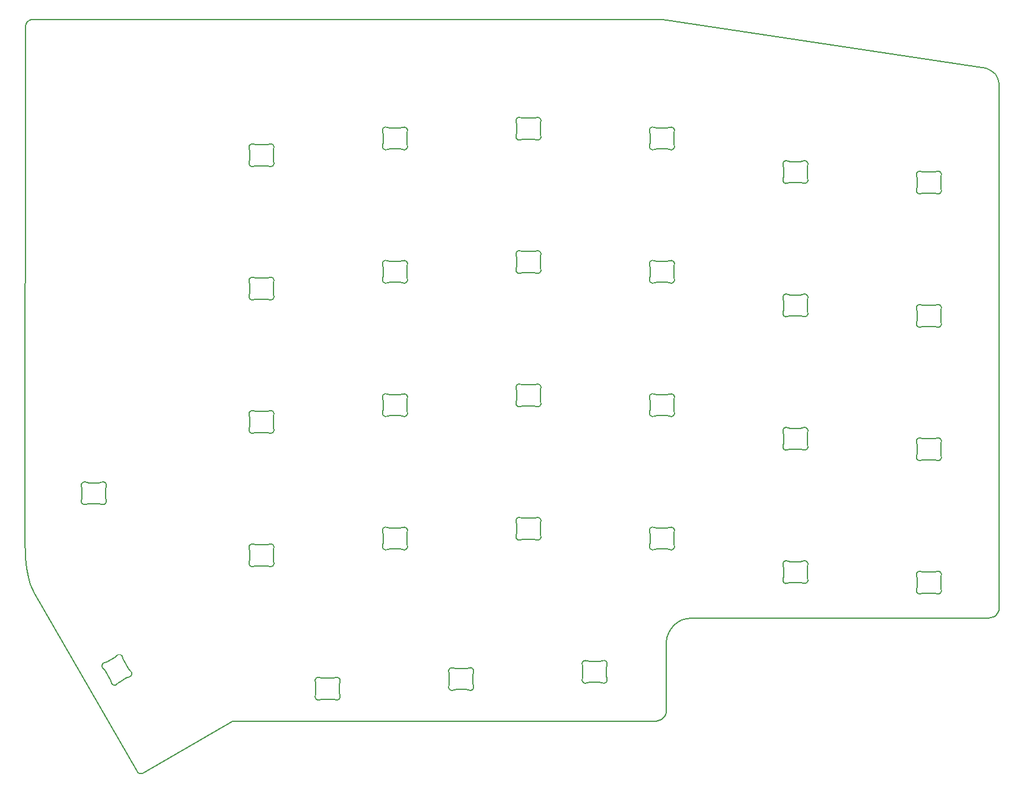
<source format=gm1>
%TF.GenerationSoftware,KiCad,Pcbnew,(5.1.9)-1*%
%TF.CreationDate,2021-12-03T15:32:29+01:00*%
%TF.ProjectId,Lotus58_Glow,4c6f7475-7335-4385-9f47-6c6f772e6b69,v1.21*%
%TF.SameCoordinates,Original*%
%TF.FileFunction,Profile,NP*%
%FSLAX46Y46*%
G04 Gerber Fmt 4.6, Leading zero omitted, Abs format (unit mm)*
G04 Created by KiCad (PCBNEW (5.1.9)-1) date 2021-12-03 15:32:29*
%MOMM*%
%LPD*%
G01*
G04 APERTURE LIST*
%TA.AperFunction,Profile*%
%ADD10C,0.150000*%
%TD*%
G04 APERTURE END LIST*
D10*
X80708500Y-111823500D02*
X80772000Y-112649000D01*
X80772000Y-112649000D02*
X80899000Y-114109500D01*
X97594758Y-143271756D02*
X110319820Y-135905240D01*
X218511891Y-42966390D02*
X217795520Y-42621355D01*
X219501720Y-44145200D02*
X219704920Y-44856400D01*
X219133420Y-43510200D02*
X219501720Y-44145200D01*
X175719348Y-121193595D02*
X218180920Y-121193560D01*
X175013524Y-121264638D02*
X175719348Y-121193595D01*
X174356326Y-121468421D02*
X175013524Y-121264638D01*
X173761773Y-121790925D02*
X174356326Y-121468421D01*
X173243884Y-122218131D02*
X173761773Y-121790925D01*
X172816678Y-122736020D02*
X173243884Y-122218131D01*
X172494174Y-123330573D02*
X172816678Y-122736020D01*
X172290391Y-123987771D02*
X172494174Y-123330573D01*
X172194220Y-124696220D02*
X172290391Y-123987771D01*
X217795520Y-42621355D02*
X171704000Y-35687000D01*
X171532040Y-135649242D02*
X171277232Y-135787458D01*
X171753993Y-135466153D02*
X171532040Y-135649242D01*
X171937081Y-135244201D02*
X171753993Y-135466153D01*
X172075297Y-134989392D02*
X171937081Y-135244201D01*
X172162633Y-134707736D02*
X172075297Y-134989392D01*
X172193080Y-134427634D02*
X172162633Y-134707736D01*
X219704920Y-44856400D02*
X219704920Y-119684800D01*
X81163697Y-35869721D02*
X81342063Y-35772970D01*
X81008330Y-35997883D02*
X81163697Y-35869721D01*
X80880169Y-36153249D02*
X81008330Y-35997883D01*
X80783417Y-36331615D02*
X80880169Y-36153249D01*
X80722283Y-36528775D02*
X80783417Y-36331615D01*
X80700300Y-36744400D02*
X80722283Y-36528775D01*
X81539222Y-35711835D02*
X81754400Y-35690300D01*
X81342063Y-35772970D02*
X81539222Y-35711835D01*
X171704000Y-35687000D02*
X81754400Y-35690300D01*
X80645000Y-110617000D02*
X80700300Y-36744400D01*
X81419700Y-116395500D02*
X81978500Y-117665500D01*
X81153000Y-115379500D02*
X81419700Y-116395500D01*
X80645000Y-110617000D02*
X80708500Y-111823500D01*
X97426864Y-143357278D02*
X97594758Y-143271756D01*
X97268206Y-143404468D02*
X97426864Y-143357278D01*
X97119252Y-143413974D02*
X97268206Y-143404468D01*
X96980470Y-143386445D02*
X97119252Y-143413974D01*
X96852328Y-143322532D02*
X96980470Y-143386445D01*
X96735295Y-143222884D02*
X96852328Y-143322532D01*
X96629837Y-143088150D02*
X96735295Y-143222884D01*
X81978500Y-117665500D02*
X96629837Y-143088150D01*
X80899000Y-114109500D02*
X81153000Y-115379500D01*
X110319820Y-135905240D02*
X170693080Y-135905240D01*
X172194220Y-124696220D02*
X172193080Y-134427634D01*
X170995576Y-135874793D02*
X170693080Y-135905240D01*
X171277232Y-135787458D02*
X170995576Y-135874793D01*
X219133420Y-43510200D02*
X218511891Y-42966390D01*
X218500315Y-121165688D02*
X218180920Y-121193560D01*
X218781972Y-121078352D02*
X218500315Y-121165688D01*
X219036780Y-120940136D02*
X218781972Y-121078352D01*
X219258732Y-120757048D02*
X219036780Y-120940136D01*
X219441821Y-120535096D02*
X219258732Y-120757048D01*
X219580037Y-120280287D02*
X219441821Y-120535096D01*
X219667372Y-119998631D02*
X219580037Y-120280287D01*
X219704920Y-119684800D02*
X219667372Y-119998631D01*
X163649999Y-128177159D02*
X163649999Y-129582843D01*
X162744452Y-130380000D02*
X161155547Y-130380000D01*
X160250001Y-129582843D02*
X160250001Y-128177159D01*
X161155548Y-127380001D02*
X162744452Y-127380001D01*
X162996710Y-127311702D02*
G75*
G02*
X162744452Y-127380001I-252258J431701D01*
G01*
X161155548Y-127380001D02*
G75*
G02*
X160903289Y-127311702I0J500000D01*
G01*
X160200516Y-127960282D02*
G75*
G02*
X160903289Y-127311702I450515J216879D01*
G01*
X160200516Y-127960281D02*
G75*
G02*
X160250001Y-128177159I-450515J-216878D01*
G01*
X160250001Y-129582844D02*
G75*
G02*
X160200516Y-129799721I-500000J1D01*
G01*
X160903289Y-130448298D02*
G75*
G02*
X160200516Y-129799721I-252258J431700D01*
G01*
X160903289Y-130448299D02*
G75*
G02*
X161155547Y-130380000I252258J-431701D01*
G01*
X162744453Y-130380001D02*
G75*
G02*
X162996711Y-130448300I-1J-499999D01*
G01*
X163699484Y-129799721D02*
G75*
G02*
X162996711Y-130448300I-450515J-216878D01*
G01*
X163699484Y-129799721D02*
G75*
G02*
X163649999Y-129582843I450515J216878D01*
G01*
X163649999Y-128177158D02*
G75*
G02*
X163699484Y-127960281I500000J-1D01*
G01*
X162996711Y-127311704D02*
G75*
G02*
X163699484Y-127960281I252258J-431700D01*
G01*
X144597699Y-129205459D02*
X144597699Y-130611143D01*
X143692152Y-131408300D02*
X142103247Y-131408300D01*
X141197701Y-130611143D02*
X141197701Y-129205459D01*
X142103248Y-128408301D02*
X143692152Y-128408301D01*
X143944410Y-128340002D02*
G75*
G02*
X143692152Y-128408301I-252258J431701D01*
G01*
X142103248Y-128408301D02*
G75*
G02*
X141850989Y-128340002I0J500000D01*
G01*
X141148216Y-128988582D02*
G75*
G02*
X141850989Y-128340002I450515J216879D01*
G01*
X141148216Y-128988581D02*
G75*
G02*
X141197701Y-129205459I-450515J-216878D01*
G01*
X141197701Y-130611144D02*
G75*
G02*
X141148216Y-130828021I-500000J1D01*
G01*
X141850989Y-131476598D02*
G75*
G02*
X141148216Y-130828021I-252258J431700D01*
G01*
X141850989Y-131476599D02*
G75*
G02*
X142103247Y-131408300I252258J-431701D01*
G01*
X143692153Y-131408301D02*
G75*
G02*
X143944411Y-131476600I-1J-499999D01*
G01*
X144647184Y-130828021D02*
G75*
G02*
X143944411Y-131476600I-450515J-216878D01*
G01*
X144647184Y-130828021D02*
G75*
G02*
X144597699Y-130611143I450515J216878D01*
G01*
X144597699Y-129205458D02*
G75*
G02*
X144647184Y-128988581I500000J-1D01*
G01*
X143944411Y-128340004D02*
G75*
G02*
X144647184Y-128988581I252258J-431700D01*
G01*
X125549999Y-130577159D02*
X125549999Y-131982843D01*
X124644452Y-132780000D02*
X123055547Y-132780000D01*
X122150001Y-131982843D02*
X122150001Y-130577159D01*
X123055548Y-129780001D02*
X124644452Y-129780001D01*
X124896710Y-129711702D02*
G75*
G02*
X124644452Y-129780001I-252258J431701D01*
G01*
X123055548Y-129780001D02*
G75*
G02*
X122803289Y-129711702I0J500000D01*
G01*
X122100516Y-130360282D02*
G75*
G02*
X122803289Y-129711702I450515J216879D01*
G01*
X122100516Y-130360281D02*
G75*
G02*
X122150001Y-130577159I-450515J-216878D01*
G01*
X122150001Y-131982844D02*
G75*
G02*
X122100516Y-132199721I-500000J1D01*
G01*
X122803289Y-132848298D02*
G75*
G02*
X122100516Y-132199721I-252258J431700D01*
G01*
X122803289Y-132848299D02*
G75*
G02*
X123055547Y-132780000I252258J-431701D01*
G01*
X124644453Y-132780001D02*
G75*
G02*
X124896711Y-132848300I-1J-499999D01*
G01*
X125599484Y-132199721D02*
G75*
G02*
X124896711Y-132848300I-450515J-216878D01*
G01*
X125599484Y-132199721D02*
G75*
G02*
X125549999Y-131982843I450515J216878D01*
G01*
X125549999Y-130577158D02*
G75*
G02*
X125599484Y-130360281I500000J-1D01*
G01*
X124896711Y-129711704D02*
G75*
G02*
X125599484Y-130360281I252258J-431700D01*
G01*
X95230269Y-129708321D02*
X94012911Y-130411163D01*
X92869779Y-130025515D02*
X92075326Y-128649483D01*
X92312912Y-127466678D02*
X93530270Y-126763836D01*
X94673402Y-127149484D02*
X95467854Y-128525515D01*
X95653132Y-128709827D02*
G75*
G02*
X95467854Y-128525515I247735J434312D01*
G01*
X94673402Y-127149485D02*
G75*
G02*
X94606421Y-126896872I433013J250001D01*
G01*
X93693348Y-126612542D02*
G75*
G02*
X94606421Y-126896872I413080J-281718D01*
G01*
X93693349Y-126612542D02*
G75*
G02*
X93530270Y-126763836I-413079J281719D01*
G01*
X92312911Y-127466678D02*
G75*
G02*
X92100347Y-127532262I-249999J433013D01*
G01*
X91890049Y-128465171D02*
G75*
G02*
X92100347Y-127532262I247735J434313D01*
G01*
X91890048Y-128465171D02*
G75*
G02*
X92075326Y-128649483I-247734J-434312D01*
G01*
X92869779Y-130025515D02*
G75*
G02*
X92936759Y-130278127I-433013J-250000D01*
G01*
X93849831Y-130562458D02*
G75*
G02*
X92936759Y-130278127I-413079J281719D01*
G01*
X93849832Y-130562457D02*
G75*
G02*
X94012911Y-130411163I413079J-281719D01*
G01*
X95230269Y-129708321D02*
G75*
G02*
X95442833Y-129642737I250000J-433013D01*
G01*
X95653132Y-128709829D02*
G75*
G02*
X95442833Y-129642737I-247735J-434312D01*
G01*
X88774801Y-104068141D02*
X88774801Y-102662457D01*
X89680348Y-101865300D02*
X91269253Y-101865300D01*
X92174799Y-102662457D02*
X92174799Y-104068141D01*
X91269252Y-104865299D02*
X89680348Y-104865299D01*
X89428090Y-104933598D02*
G75*
G02*
X89680348Y-104865299I252258J-431701D01*
G01*
X91269252Y-104865299D02*
G75*
G02*
X91521511Y-104933598I0J-500000D01*
G01*
X92224284Y-104285018D02*
G75*
G02*
X91521511Y-104933598I-450515J-216879D01*
G01*
X92224284Y-104285019D02*
G75*
G02*
X92174799Y-104068141I450515J216878D01*
G01*
X92174799Y-102662456D02*
G75*
G02*
X92224284Y-102445579I500000J-1D01*
G01*
X91521511Y-101797002D02*
G75*
G02*
X92224284Y-102445579I252258J-431700D01*
G01*
X91521511Y-101797001D02*
G75*
G02*
X91269253Y-101865300I-252258J431701D01*
G01*
X89680347Y-101865299D02*
G75*
G02*
X89428089Y-101797000I1J499999D01*
G01*
X88725316Y-102445579D02*
G75*
G02*
X89428089Y-101797000I450515J216878D01*
G01*
X88725316Y-102445579D02*
G75*
G02*
X88774801Y-102662457I-450515J-216878D01*
G01*
X88774801Y-104068142D02*
G75*
G02*
X88725316Y-104285019I-500000J1D01*
G01*
X89428089Y-104933596D02*
G75*
G02*
X88725316Y-104285019I-252258J431700D01*
G01*
X207950001Y-116832841D02*
X207950001Y-115427157D01*
X208855548Y-114630000D02*
X210444453Y-114630000D01*
X211349999Y-115427157D02*
X211349999Y-116832841D01*
X210444452Y-117629999D02*
X208855548Y-117629999D01*
X208603290Y-117698298D02*
G75*
G02*
X208855548Y-117629999I252258J-431701D01*
G01*
X210444452Y-117629999D02*
G75*
G02*
X210696711Y-117698298I0J-500000D01*
G01*
X211399484Y-117049718D02*
G75*
G02*
X210696711Y-117698298I-450515J-216879D01*
G01*
X211399484Y-117049719D02*
G75*
G02*
X211349999Y-116832841I450515J216878D01*
G01*
X211349999Y-115427156D02*
G75*
G02*
X211399484Y-115210279I500000J-1D01*
G01*
X210696711Y-114561702D02*
G75*
G02*
X211399484Y-115210279I252258J-431700D01*
G01*
X210696711Y-114561701D02*
G75*
G02*
X210444453Y-114630000I-252258J431701D01*
G01*
X208855547Y-114629999D02*
G75*
G02*
X208603289Y-114561700I1J499999D01*
G01*
X207900516Y-115210279D02*
G75*
G02*
X208603289Y-114561700I450515J216878D01*
G01*
X207900516Y-115210279D02*
G75*
G02*
X207950001Y-115427157I-450515J-216878D01*
G01*
X207950001Y-116832842D02*
G75*
G02*
X207900516Y-117049719I-500000J1D01*
G01*
X208603289Y-117698296D02*
G75*
G02*
X207900516Y-117049719I-252258J431700D01*
G01*
X188900001Y-115332841D02*
X188900001Y-113927157D01*
X189805548Y-113130000D02*
X191394453Y-113130000D01*
X192299999Y-113927157D02*
X192299999Y-115332841D01*
X191394452Y-116129999D02*
X189805548Y-116129999D01*
X189553290Y-116198298D02*
G75*
G02*
X189805548Y-116129999I252258J-431701D01*
G01*
X191394452Y-116129999D02*
G75*
G02*
X191646711Y-116198298I0J-500000D01*
G01*
X192349484Y-115549718D02*
G75*
G02*
X191646711Y-116198298I-450515J-216879D01*
G01*
X192349484Y-115549719D02*
G75*
G02*
X192299999Y-115332841I450515J216878D01*
G01*
X192299999Y-113927156D02*
G75*
G02*
X192349484Y-113710279I500000J-1D01*
G01*
X191646711Y-113061702D02*
G75*
G02*
X192349484Y-113710279I252258J-431700D01*
G01*
X191646711Y-113061701D02*
G75*
G02*
X191394453Y-113130000I-252258J431701D01*
G01*
X189805547Y-113129999D02*
G75*
G02*
X189553289Y-113061700I1J499999D01*
G01*
X188850516Y-113710279D02*
G75*
G02*
X189553289Y-113061700I450515J216878D01*
G01*
X188850516Y-113710279D02*
G75*
G02*
X188900001Y-113927157I-450515J-216878D01*
G01*
X188900001Y-115332842D02*
G75*
G02*
X188850516Y-115549719I-500000J1D01*
G01*
X189553289Y-116198296D02*
G75*
G02*
X188850516Y-115549719I-252258J431700D01*
G01*
X169850001Y-110532841D02*
X169850001Y-109127157D01*
X170755548Y-108330000D02*
X172344453Y-108330000D01*
X173249999Y-109127157D02*
X173249999Y-110532841D01*
X172344452Y-111329999D02*
X170755548Y-111329999D01*
X170503290Y-111398298D02*
G75*
G02*
X170755548Y-111329999I252258J-431701D01*
G01*
X172344452Y-111329999D02*
G75*
G02*
X172596711Y-111398298I0J-500000D01*
G01*
X173299484Y-110749718D02*
G75*
G02*
X172596711Y-111398298I-450515J-216879D01*
G01*
X173299484Y-110749719D02*
G75*
G02*
X173249999Y-110532841I450515J216878D01*
G01*
X173249999Y-109127156D02*
G75*
G02*
X173299484Y-108910279I500000J-1D01*
G01*
X172596711Y-108261702D02*
G75*
G02*
X173299484Y-108910279I252258J-431700D01*
G01*
X172596711Y-108261701D02*
G75*
G02*
X172344453Y-108330000I-252258J431701D01*
G01*
X170755547Y-108329999D02*
G75*
G02*
X170503289Y-108261700I1J499999D01*
G01*
X169800516Y-108910279D02*
G75*
G02*
X170503289Y-108261700I450515J216878D01*
G01*
X169800516Y-108910279D02*
G75*
G02*
X169850001Y-109127157I-450515J-216878D01*
G01*
X169850001Y-110532842D02*
G75*
G02*
X169800516Y-110749719I-500000J1D01*
G01*
X170503289Y-111398296D02*
G75*
G02*
X169800516Y-110749719I-252258J431700D01*
G01*
X150800001Y-109142841D02*
X150800001Y-107737157D01*
X151705548Y-106940000D02*
X153294453Y-106940000D01*
X154199999Y-107737157D02*
X154199999Y-109142841D01*
X153294452Y-109939999D02*
X151705548Y-109939999D01*
X151453290Y-110008298D02*
G75*
G02*
X151705548Y-109939999I252258J-431701D01*
G01*
X153294452Y-109939999D02*
G75*
G02*
X153546711Y-110008298I0J-500000D01*
G01*
X154249484Y-109359718D02*
G75*
G02*
X153546711Y-110008298I-450515J-216879D01*
G01*
X154249484Y-109359719D02*
G75*
G02*
X154199999Y-109142841I450515J216878D01*
G01*
X154199999Y-107737156D02*
G75*
G02*
X154249484Y-107520279I500000J-1D01*
G01*
X153546711Y-106871702D02*
G75*
G02*
X154249484Y-107520279I252258J-431700D01*
G01*
X153546711Y-106871701D02*
G75*
G02*
X153294453Y-106940000I-252258J431701D01*
G01*
X151705547Y-106939999D02*
G75*
G02*
X151453289Y-106871700I1J499999D01*
G01*
X150750516Y-107520279D02*
G75*
G02*
X151453289Y-106871700I450515J216878D01*
G01*
X150750516Y-107520279D02*
G75*
G02*
X150800001Y-107737157I-450515J-216878D01*
G01*
X150800001Y-109142842D02*
G75*
G02*
X150750516Y-109359719I-500000J1D01*
G01*
X151453289Y-110008296D02*
G75*
G02*
X150750516Y-109359719I-252258J431700D01*
G01*
X131750001Y-110532841D02*
X131750001Y-109127157D01*
X132655548Y-108330000D02*
X134244453Y-108330000D01*
X135149999Y-109127157D02*
X135149999Y-110532841D01*
X134244452Y-111329999D02*
X132655548Y-111329999D01*
X132403290Y-111398298D02*
G75*
G02*
X132655548Y-111329999I252258J-431701D01*
G01*
X134244452Y-111329999D02*
G75*
G02*
X134496711Y-111398298I0J-500000D01*
G01*
X135199484Y-110749718D02*
G75*
G02*
X134496711Y-111398298I-450515J-216879D01*
G01*
X135199484Y-110749719D02*
G75*
G02*
X135149999Y-110532841I450515J216878D01*
G01*
X135149999Y-109127156D02*
G75*
G02*
X135199484Y-108910279I500000J-1D01*
G01*
X134496711Y-108261702D02*
G75*
G02*
X135199484Y-108910279I252258J-431700D01*
G01*
X134496711Y-108261701D02*
G75*
G02*
X134244453Y-108330000I-252258J431701D01*
G01*
X132655547Y-108329999D02*
G75*
G02*
X132403289Y-108261700I1J499999D01*
G01*
X131700516Y-108910279D02*
G75*
G02*
X132403289Y-108261700I450515J216878D01*
G01*
X131700516Y-108910279D02*
G75*
G02*
X131750001Y-109127157I-450515J-216878D01*
G01*
X131750001Y-110532842D02*
G75*
G02*
X131700516Y-110749719I-500000J1D01*
G01*
X132403289Y-111398296D02*
G75*
G02*
X131700516Y-110749719I-252258J431700D01*
G01*
X112700001Y-112932841D02*
X112700001Y-111527157D01*
X113605548Y-110730000D02*
X115194453Y-110730000D01*
X116099999Y-111527157D02*
X116099999Y-112932841D01*
X115194452Y-113729999D02*
X113605548Y-113729999D01*
X113353290Y-113798298D02*
G75*
G02*
X113605548Y-113729999I252258J-431701D01*
G01*
X115194452Y-113729999D02*
G75*
G02*
X115446711Y-113798298I0J-500000D01*
G01*
X116149484Y-113149718D02*
G75*
G02*
X115446711Y-113798298I-450515J-216879D01*
G01*
X116149484Y-113149719D02*
G75*
G02*
X116099999Y-112932841I450515J216878D01*
G01*
X116099999Y-111527156D02*
G75*
G02*
X116149484Y-111310279I500000J-1D01*
G01*
X115446711Y-110661702D02*
G75*
G02*
X116149484Y-111310279I252258J-431700D01*
G01*
X115446711Y-110661701D02*
G75*
G02*
X115194453Y-110730000I-252258J431701D01*
G01*
X113605547Y-110729999D02*
G75*
G02*
X113353289Y-110661700I1J499999D01*
G01*
X112650516Y-111310279D02*
G75*
G02*
X113353289Y-110661700I450515J216878D01*
G01*
X112650516Y-111310279D02*
G75*
G02*
X112700001Y-111527157I-450515J-216878D01*
G01*
X112700001Y-112932842D02*
G75*
G02*
X112650516Y-113149719I-500000J1D01*
G01*
X113353289Y-113798296D02*
G75*
G02*
X112650516Y-113149719I-252258J431700D01*
G01*
X211349999Y-96377159D02*
X211349999Y-97782843D01*
X210444452Y-98580000D02*
X208855547Y-98580000D01*
X207950001Y-97782843D02*
X207950001Y-96377159D01*
X208855548Y-95580001D02*
X210444452Y-95580001D01*
X210696710Y-95511702D02*
G75*
G02*
X210444452Y-95580001I-252258J431701D01*
G01*
X208855548Y-95580001D02*
G75*
G02*
X208603289Y-95511702I0J500000D01*
G01*
X207900516Y-96160282D02*
G75*
G02*
X208603289Y-95511702I450515J216879D01*
G01*
X207900516Y-96160281D02*
G75*
G02*
X207950001Y-96377159I-450515J-216878D01*
G01*
X207950001Y-97782844D02*
G75*
G02*
X207900516Y-97999721I-500000J1D01*
G01*
X208603289Y-98648298D02*
G75*
G02*
X207900516Y-97999721I-252258J431700D01*
G01*
X208603289Y-98648299D02*
G75*
G02*
X208855547Y-98580000I252258J-431701D01*
G01*
X210444453Y-98580001D02*
G75*
G02*
X210696711Y-98648300I-1J-499999D01*
G01*
X211399484Y-97999721D02*
G75*
G02*
X210696711Y-98648300I-450515J-216878D01*
G01*
X211399484Y-97999721D02*
G75*
G02*
X211349999Y-97782843I450515J216878D01*
G01*
X211349999Y-96377158D02*
G75*
G02*
X211399484Y-96160281I500000J-1D01*
G01*
X210696711Y-95511704D02*
G75*
G02*
X211399484Y-96160281I252258J-431700D01*
G01*
X192299999Y-94877159D02*
X192299999Y-96282843D01*
X191394452Y-97080000D02*
X189805547Y-97080000D01*
X188900001Y-96282843D02*
X188900001Y-94877159D01*
X189805548Y-94080001D02*
X191394452Y-94080001D01*
X191646710Y-94011702D02*
G75*
G02*
X191394452Y-94080001I-252258J431701D01*
G01*
X189805548Y-94080001D02*
G75*
G02*
X189553289Y-94011702I0J500000D01*
G01*
X188850516Y-94660282D02*
G75*
G02*
X189553289Y-94011702I450515J216879D01*
G01*
X188850516Y-94660281D02*
G75*
G02*
X188900001Y-94877159I-450515J-216878D01*
G01*
X188900001Y-96282844D02*
G75*
G02*
X188850516Y-96499721I-500000J1D01*
G01*
X189553289Y-97148298D02*
G75*
G02*
X188850516Y-96499721I-252258J431700D01*
G01*
X189553289Y-97148299D02*
G75*
G02*
X189805547Y-97080000I252258J-431701D01*
G01*
X191394453Y-97080001D02*
G75*
G02*
X191646711Y-97148300I-1J-499999D01*
G01*
X192349484Y-96499721D02*
G75*
G02*
X191646711Y-97148300I-450515J-216878D01*
G01*
X192349484Y-96499721D02*
G75*
G02*
X192299999Y-96282843I450515J216878D01*
G01*
X192299999Y-94877158D02*
G75*
G02*
X192349484Y-94660281I500000J-1D01*
G01*
X191646711Y-94011704D02*
G75*
G02*
X192349484Y-94660281I252258J-431700D01*
G01*
X173249999Y-90077159D02*
X173249999Y-91482843D01*
X172344452Y-92280000D02*
X170755547Y-92280000D01*
X169850001Y-91482843D02*
X169850001Y-90077159D01*
X170755548Y-89280001D02*
X172344452Y-89280001D01*
X172596710Y-89211702D02*
G75*
G02*
X172344452Y-89280001I-252258J431701D01*
G01*
X170755548Y-89280001D02*
G75*
G02*
X170503289Y-89211702I0J500000D01*
G01*
X169800516Y-89860282D02*
G75*
G02*
X170503289Y-89211702I450515J216879D01*
G01*
X169800516Y-89860281D02*
G75*
G02*
X169850001Y-90077159I-450515J-216878D01*
G01*
X169850001Y-91482844D02*
G75*
G02*
X169800516Y-91699721I-500000J1D01*
G01*
X170503289Y-92348298D02*
G75*
G02*
X169800516Y-91699721I-252258J431700D01*
G01*
X170503289Y-92348299D02*
G75*
G02*
X170755547Y-92280000I252258J-431701D01*
G01*
X172344453Y-92280001D02*
G75*
G02*
X172596711Y-92348300I-1J-499999D01*
G01*
X173299484Y-91699721D02*
G75*
G02*
X172596711Y-92348300I-450515J-216878D01*
G01*
X173299484Y-91699721D02*
G75*
G02*
X173249999Y-91482843I450515J216878D01*
G01*
X173249999Y-90077158D02*
G75*
G02*
X173299484Y-89860281I500000J-1D01*
G01*
X172596711Y-89211704D02*
G75*
G02*
X173299484Y-89860281I252258J-431700D01*
G01*
X154199999Y-88687159D02*
X154199999Y-90092843D01*
X153294452Y-90890000D02*
X151705547Y-90890000D01*
X150800001Y-90092843D02*
X150800001Y-88687159D01*
X151705548Y-87890001D02*
X153294452Y-87890001D01*
X153546710Y-87821702D02*
G75*
G02*
X153294452Y-87890001I-252258J431701D01*
G01*
X151705548Y-87890001D02*
G75*
G02*
X151453289Y-87821702I0J500000D01*
G01*
X150750516Y-88470282D02*
G75*
G02*
X151453289Y-87821702I450515J216879D01*
G01*
X150750516Y-88470281D02*
G75*
G02*
X150800001Y-88687159I-450515J-216878D01*
G01*
X150800001Y-90092844D02*
G75*
G02*
X150750516Y-90309721I-500000J1D01*
G01*
X151453289Y-90958298D02*
G75*
G02*
X150750516Y-90309721I-252258J431700D01*
G01*
X151453289Y-90958299D02*
G75*
G02*
X151705547Y-90890000I252258J-431701D01*
G01*
X153294453Y-90890001D02*
G75*
G02*
X153546711Y-90958300I-1J-499999D01*
G01*
X154249484Y-90309721D02*
G75*
G02*
X153546711Y-90958300I-450515J-216878D01*
G01*
X154249484Y-90309721D02*
G75*
G02*
X154199999Y-90092843I450515J216878D01*
G01*
X154199999Y-88687158D02*
G75*
G02*
X154249484Y-88470281I500000J-1D01*
G01*
X153546711Y-87821704D02*
G75*
G02*
X154249484Y-88470281I252258J-431700D01*
G01*
X135149999Y-90077159D02*
X135149999Y-91482843D01*
X134244452Y-92280000D02*
X132655547Y-92280000D01*
X131750001Y-91482843D02*
X131750001Y-90077159D01*
X132655548Y-89280001D02*
X134244452Y-89280001D01*
X134496710Y-89211702D02*
G75*
G02*
X134244452Y-89280001I-252258J431701D01*
G01*
X132655548Y-89280001D02*
G75*
G02*
X132403289Y-89211702I0J500000D01*
G01*
X131700516Y-89860282D02*
G75*
G02*
X132403289Y-89211702I450515J216879D01*
G01*
X131700516Y-89860281D02*
G75*
G02*
X131750001Y-90077159I-450515J-216878D01*
G01*
X131750001Y-91482844D02*
G75*
G02*
X131700516Y-91699721I-500000J1D01*
G01*
X132403289Y-92348298D02*
G75*
G02*
X131700516Y-91699721I-252258J431700D01*
G01*
X132403289Y-92348299D02*
G75*
G02*
X132655547Y-92280000I252258J-431701D01*
G01*
X134244453Y-92280001D02*
G75*
G02*
X134496711Y-92348300I-1J-499999D01*
G01*
X135199484Y-91699721D02*
G75*
G02*
X134496711Y-92348300I-450515J-216878D01*
G01*
X135199484Y-91699721D02*
G75*
G02*
X135149999Y-91482843I450515J216878D01*
G01*
X135149999Y-90077158D02*
G75*
G02*
X135199484Y-89860281I500000J-1D01*
G01*
X134496711Y-89211704D02*
G75*
G02*
X135199484Y-89860281I252258J-431700D01*
G01*
X116099999Y-92477159D02*
X116099999Y-93882843D01*
X115194452Y-94680000D02*
X113605547Y-94680000D01*
X112700001Y-93882843D02*
X112700001Y-92477159D01*
X113605548Y-91680001D02*
X115194452Y-91680001D01*
X115446710Y-91611702D02*
G75*
G02*
X115194452Y-91680001I-252258J431701D01*
G01*
X113605548Y-91680001D02*
G75*
G02*
X113353289Y-91611702I0J500000D01*
G01*
X112650516Y-92260282D02*
G75*
G02*
X113353289Y-91611702I450515J216879D01*
G01*
X112650516Y-92260281D02*
G75*
G02*
X112700001Y-92477159I-450515J-216878D01*
G01*
X112700001Y-93882844D02*
G75*
G02*
X112650516Y-94099721I-500000J1D01*
G01*
X113353289Y-94748298D02*
G75*
G02*
X112650516Y-94099721I-252258J431700D01*
G01*
X113353289Y-94748299D02*
G75*
G02*
X113605547Y-94680000I252258J-431701D01*
G01*
X115194453Y-94680001D02*
G75*
G02*
X115446711Y-94748300I-1J-499999D01*
G01*
X116149484Y-94099721D02*
G75*
G02*
X115446711Y-94748300I-450515J-216878D01*
G01*
X116149484Y-94099721D02*
G75*
G02*
X116099999Y-93882843I450515J216878D01*
G01*
X116099999Y-92477158D02*
G75*
G02*
X116149484Y-92260281I500000J-1D01*
G01*
X115446711Y-91611704D02*
G75*
G02*
X116149484Y-92260281I252258J-431700D01*
G01*
X207950001Y-78732841D02*
X207950001Y-77327157D01*
X208855548Y-76530000D02*
X210444453Y-76530000D01*
X211349999Y-77327157D02*
X211349999Y-78732841D01*
X210444452Y-79529999D02*
X208855548Y-79529999D01*
X208603290Y-79598298D02*
G75*
G02*
X208855548Y-79529999I252258J-431701D01*
G01*
X210444452Y-79529999D02*
G75*
G02*
X210696711Y-79598298I0J-500000D01*
G01*
X211399484Y-78949718D02*
G75*
G02*
X210696711Y-79598298I-450515J-216879D01*
G01*
X211399484Y-78949719D02*
G75*
G02*
X211349999Y-78732841I450515J216878D01*
G01*
X211349999Y-77327156D02*
G75*
G02*
X211399484Y-77110279I500000J-1D01*
G01*
X210696711Y-76461702D02*
G75*
G02*
X211399484Y-77110279I252258J-431700D01*
G01*
X210696711Y-76461701D02*
G75*
G02*
X210444453Y-76530000I-252258J431701D01*
G01*
X208855547Y-76529999D02*
G75*
G02*
X208603289Y-76461700I1J499999D01*
G01*
X207900516Y-77110279D02*
G75*
G02*
X208603289Y-76461700I450515J216878D01*
G01*
X207900516Y-77110279D02*
G75*
G02*
X207950001Y-77327157I-450515J-216878D01*
G01*
X207950001Y-78732842D02*
G75*
G02*
X207900516Y-78949719I-500000J1D01*
G01*
X208603289Y-79598296D02*
G75*
G02*
X207900516Y-78949719I-252258J431700D01*
G01*
X188900001Y-77232841D02*
X188900001Y-75827157D01*
X189805548Y-75030000D02*
X191394453Y-75030000D01*
X192299999Y-75827157D02*
X192299999Y-77232841D01*
X191394452Y-78029999D02*
X189805548Y-78029999D01*
X189553290Y-78098298D02*
G75*
G02*
X189805548Y-78029999I252258J-431701D01*
G01*
X191394452Y-78029999D02*
G75*
G02*
X191646711Y-78098298I0J-500000D01*
G01*
X192349484Y-77449718D02*
G75*
G02*
X191646711Y-78098298I-450515J-216879D01*
G01*
X192349484Y-77449719D02*
G75*
G02*
X192299999Y-77232841I450515J216878D01*
G01*
X192299999Y-75827156D02*
G75*
G02*
X192349484Y-75610279I500000J-1D01*
G01*
X191646711Y-74961702D02*
G75*
G02*
X192349484Y-75610279I252258J-431700D01*
G01*
X191646711Y-74961701D02*
G75*
G02*
X191394453Y-75030000I-252258J431701D01*
G01*
X189805547Y-75029999D02*
G75*
G02*
X189553289Y-74961700I1J499999D01*
G01*
X188850516Y-75610279D02*
G75*
G02*
X189553289Y-74961700I450515J216878D01*
G01*
X188850516Y-75610279D02*
G75*
G02*
X188900001Y-75827157I-450515J-216878D01*
G01*
X188900001Y-77232842D02*
G75*
G02*
X188850516Y-77449719I-500000J1D01*
G01*
X189553289Y-78098296D02*
G75*
G02*
X188850516Y-77449719I-252258J431700D01*
G01*
X169850001Y-72432841D02*
X169850001Y-71027157D01*
X170755548Y-70230000D02*
X172344453Y-70230000D01*
X173249999Y-71027157D02*
X173249999Y-72432841D01*
X172344452Y-73229999D02*
X170755548Y-73229999D01*
X170503290Y-73298298D02*
G75*
G02*
X170755548Y-73229999I252258J-431701D01*
G01*
X172344452Y-73229999D02*
G75*
G02*
X172596711Y-73298298I0J-500000D01*
G01*
X173299484Y-72649718D02*
G75*
G02*
X172596711Y-73298298I-450515J-216879D01*
G01*
X173299484Y-72649719D02*
G75*
G02*
X173249999Y-72432841I450515J216878D01*
G01*
X173249999Y-71027156D02*
G75*
G02*
X173299484Y-70810279I500000J-1D01*
G01*
X172596711Y-70161702D02*
G75*
G02*
X173299484Y-70810279I252258J-431700D01*
G01*
X172596711Y-70161701D02*
G75*
G02*
X172344453Y-70230000I-252258J431701D01*
G01*
X170755547Y-70229999D02*
G75*
G02*
X170503289Y-70161700I1J499999D01*
G01*
X169800516Y-70810279D02*
G75*
G02*
X170503289Y-70161700I450515J216878D01*
G01*
X169800516Y-70810279D02*
G75*
G02*
X169850001Y-71027157I-450515J-216878D01*
G01*
X169850001Y-72432842D02*
G75*
G02*
X169800516Y-72649719I-500000J1D01*
G01*
X170503289Y-73298296D02*
G75*
G02*
X169800516Y-72649719I-252258J431700D01*
G01*
X150800001Y-71042841D02*
X150800001Y-69637157D01*
X151705548Y-68840000D02*
X153294453Y-68840000D01*
X154199999Y-69637157D02*
X154199999Y-71042841D01*
X153294452Y-71839999D02*
X151705548Y-71839999D01*
X151453290Y-71908298D02*
G75*
G02*
X151705548Y-71839999I252258J-431701D01*
G01*
X153294452Y-71839999D02*
G75*
G02*
X153546711Y-71908298I0J-500000D01*
G01*
X154249484Y-71259718D02*
G75*
G02*
X153546711Y-71908298I-450515J-216879D01*
G01*
X154249484Y-71259719D02*
G75*
G02*
X154199999Y-71042841I450515J216878D01*
G01*
X154199999Y-69637156D02*
G75*
G02*
X154249484Y-69420279I500000J-1D01*
G01*
X153546711Y-68771702D02*
G75*
G02*
X154249484Y-69420279I252258J-431700D01*
G01*
X153546711Y-68771701D02*
G75*
G02*
X153294453Y-68840000I-252258J431701D01*
G01*
X151705547Y-68839999D02*
G75*
G02*
X151453289Y-68771700I1J499999D01*
G01*
X150750516Y-69420279D02*
G75*
G02*
X151453289Y-68771700I450515J216878D01*
G01*
X150750516Y-69420279D02*
G75*
G02*
X150800001Y-69637157I-450515J-216878D01*
G01*
X150800001Y-71042842D02*
G75*
G02*
X150750516Y-71259719I-500000J1D01*
G01*
X151453289Y-71908296D02*
G75*
G02*
X150750516Y-71259719I-252258J431700D01*
G01*
X131750001Y-72432841D02*
X131750001Y-71027157D01*
X132655548Y-70230000D02*
X134244453Y-70230000D01*
X135149999Y-71027157D02*
X135149999Y-72432841D01*
X134244452Y-73229999D02*
X132655548Y-73229999D01*
X132403290Y-73298298D02*
G75*
G02*
X132655548Y-73229999I252258J-431701D01*
G01*
X134244452Y-73229999D02*
G75*
G02*
X134496711Y-73298298I0J-500000D01*
G01*
X135199484Y-72649718D02*
G75*
G02*
X134496711Y-73298298I-450515J-216879D01*
G01*
X135199484Y-72649719D02*
G75*
G02*
X135149999Y-72432841I450515J216878D01*
G01*
X135149999Y-71027156D02*
G75*
G02*
X135199484Y-70810279I500000J-1D01*
G01*
X134496711Y-70161702D02*
G75*
G02*
X135199484Y-70810279I252258J-431700D01*
G01*
X134496711Y-70161701D02*
G75*
G02*
X134244453Y-70230000I-252258J431701D01*
G01*
X132655547Y-70229999D02*
G75*
G02*
X132403289Y-70161700I1J499999D01*
G01*
X131700516Y-70810279D02*
G75*
G02*
X132403289Y-70161700I450515J216878D01*
G01*
X131700516Y-70810279D02*
G75*
G02*
X131750001Y-71027157I-450515J-216878D01*
G01*
X131750001Y-72432842D02*
G75*
G02*
X131700516Y-72649719I-500000J1D01*
G01*
X132403289Y-73298296D02*
G75*
G02*
X131700516Y-72649719I-252258J431700D01*
G01*
X112700001Y-74832841D02*
X112700001Y-73427157D01*
X113605548Y-72630000D02*
X115194453Y-72630000D01*
X116099999Y-73427157D02*
X116099999Y-74832841D01*
X115194452Y-75629999D02*
X113605548Y-75629999D01*
X113353290Y-75698298D02*
G75*
G02*
X113605548Y-75629999I252258J-431701D01*
G01*
X115194452Y-75629999D02*
G75*
G02*
X115446711Y-75698298I0J-500000D01*
G01*
X116149484Y-75049718D02*
G75*
G02*
X115446711Y-75698298I-450515J-216879D01*
G01*
X116149484Y-75049719D02*
G75*
G02*
X116099999Y-74832841I450515J216878D01*
G01*
X116099999Y-73427156D02*
G75*
G02*
X116149484Y-73210279I500000J-1D01*
G01*
X115446711Y-72561702D02*
G75*
G02*
X116149484Y-73210279I252258J-431700D01*
G01*
X115446711Y-72561701D02*
G75*
G02*
X115194453Y-72630000I-252258J431701D01*
G01*
X113605547Y-72629999D02*
G75*
G02*
X113353289Y-72561700I1J499999D01*
G01*
X112650516Y-73210279D02*
G75*
G02*
X113353289Y-72561700I450515J216878D01*
G01*
X112650516Y-73210279D02*
G75*
G02*
X112700001Y-73427157I-450515J-216878D01*
G01*
X112700001Y-74832842D02*
G75*
G02*
X112650516Y-75049719I-500000J1D01*
G01*
X113353289Y-75698296D02*
G75*
G02*
X112650516Y-75049719I-252258J431700D01*
G01*
X211349999Y-58277159D02*
X211349999Y-59682843D01*
X210444452Y-60480000D02*
X208855547Y-60480000D01*
X207950001Y-59682843D02*
X207950001Y-58277159D01*
X208855548Y-57480001D02*
X210444452Y-57480001D01*
X210696710Y-57411702D02*
G75*
G02*
X210444452Y-57480001I-252258J431701D01*
G01*
X208855548Y-57480001D02*
G75*
G02*
X208603289Y-57411702I0J500000D01*
G01*
X207900516Y-58060282D02*
G75*
G02*
X208603289Y-57411702I450515J216879D01*
G01*
X207900516Y-58060281D02*
G75*
G02*
X207950001Y-58277159I-450515J-216878D01*
G01*
X207950001Y-59682844D02*
G75*
G02*
X207900516Y-59899721I-500000J1D01*
G01*
X208603289Y-60548298D02*
G75*
G02*
X207900516Y-59899721I-252258J431700D01*
G01*
X208603289Y-60548299D02*
G75*
G02*
X208855547Y-60480000I252258J-431701D01*
G01*
X210444453Y-60480001D02*
G75*
G02*
X210696711Y-60548300I-1J-499999D01*
G01*
X211399484Y-59899721D02*
G75*
G02*
X210696711Y-60548300I-450515J-216878D01*
G01*
X211399484Y-59899721D02*
G75*
G02*
X211349999Y-59682843I450515J216878D01*
G01*
X211349999Y-58277158D02*
G75*
G02*
X211399484Y-58060281I500000J-1D01*
G01*
X210696711Y-57411704D02*
G75*
G02*
X211399484Y-58060281I252258J-431700D01*
G01*
X192299999Y-56777159D02*
X192299999Y-58182843D01*
X191394452Y-58980000D02*
X189805547Y-58980000D01*
X188900001Y-58182843D02*
X188900001Y-56777159D01*
X189805548Y-55980001D02*
X191394452Y-55980001D01*
X191646710Y-55911702D02*
G75*
G02*
X191394452Y-55980001I-252258J431701D01*
G01*
X189805548Y-55980001D02*
G75*
G02*
X189553289Y-55911702I0J500000D01*
G01*
X188850516Y-56560282D02*
G75*
G02*
X189553289Y-55911702I450515J216879D01*
G01*
X188850516Y-56560281D02*
G75*
G02*
X188900001Y-56777159I-450515J-216878D01*
G01*
X188900001Y-58182844D02*
G75*
G02*
X188850516Y-58399721I-500000J1D01*
G01*
X189553289Y-59048298D02*
G75*
G02*
X188850516Y-58399721I-252258J431700D01*
G01*
X189553289Y-59048299D02*
G75*
G02*
X189805547Y-58980000I252258J-431701D01*
G01*
X191394453Y-58980001D02*
G75*
G02*
X191646711Y-59048300I-1J-499999D01*
G01*
X192349484Y-58399721D02*
G75*
G02*
X191646711Y-59048300I-450515J-216878D01*
G01*
X192349484Y-58399721D02*
G75*
G02*
X192299999Y-58182843I450515J216878D01*
G01*
X192299999Y-56777158D02*
G75*
G02*
X192349484Y-56560281I500000J-1D01*
G01*
X191646711Y-55911704D02*
G75*
G02*
X192349484Y-56560281I252258J-431700D01*
G01*
X173249999Y-51977159D02*
X173249999Y-53382843D01*
X172344452Y-54180000D02*
X170755547Y-54180000D01*
X169850001Y-53382843D02*
X169850001Y-51977159D01*
X170755548Y-51180001D02*
X172344452Y-51180001D01*
X172596710Y-51111702D02*
G75*
G02*
X172344452Y-51180001I-252258J431701D01*
G01*
X170755548Y-51180001D02*
G75*
G02*
X170503289Y-51111702I0J500000D01*
G01*
X169800516Y-51760282D02*
G75*
G02*
X170503289Y-51111702I450515J216879D01*
G01*
X169800516Y-51760281D02*
G75*
G02*
X169850001Y-51977159I-450515J-216878D01*
G01*
X169850001Y-53382844D02*
G75*
G02*
X169800516Y-53599721I-500000J1D01*
G01*
X170503289Y-54248298D02*
G75*
G02*
X169800516Y-53599721I-252258J431700D01*
G01*
X170503289Y-54248299D02*
G75*
G02*
X170755547Y-54180000I252258J-431701D01*
G01*
X172344453Y-54180001D02*
G75*
G02*
X172596711Y-54248300I-1J-499999D01*
G01*
X173299484Y-53599721D02*
G75*
G02*
X172596711Y-54248300I-450515J-216878D01*
G01*
X173299484Y-53599721D02*
G75*
G02*
X173249999Y-53382843I450515J216878D01*
G01*
X173249999Y-51977158D02*
G75*
G02*
X173299484Y-51760281I500000J-1D01*
G01*
X172596711Y-51111704D02*
G75*
G02*
X173299484Y-51760281I252258J-431700D01*
G01*
X154199999Y-50587159D02*
X154199999Y-51992843D01*
X153294452Y-52790000D02*
X151705547Y-52790000D01*
X150800001Y-51992843D02*
X150800001Y-50587159D01*
X151705548Y-49790001D02*
X153294452Y-49790001D01*
X153546710Y-49721702D02*
G75*
G02*
X153294452Y-49790001I-252258J431701D01*
G01*
X151705548Y-49790001D02*
G75*
G02*
X151453289Y-49721702I0J500000D01*
G01*
X150750516Y-50370282D02*
G75*
G02*
X151453289Y-49721702I450515J216879D01*
G01*
X150750516Y-50370281D02*
G75*
G02*
X150800001Y-50587159I-450515J-216878D01*
G01*
X150800001Y-51992844D02*
G75*
G02*
X150750516Y-52209721I-500000J1D01*
G01*
X151453289Y-52858298D02*
G75*
G02*
X150750516Y-52209721I-252258J431700D01*
G01*
X151453289Y-52858299D02*
G75*
G02*
X151705547Y-52790000I252258J-431701D01*
G01*
X153294453Y-52790001D02*
G75*
G02*
X153546711Y-52858300I-1J-499999D01*
G01*
X154249484Y-52209721D02*
G75*
G02*
X153546711Y-52858300I-450515J-216878D01*
G01*
X154249484Y-52209721D02*
G75*
G02*
X154199999Y-51992843I450515J216878D01*
G01*
X154199999Y-50587158D02*
G75*
G02*
X154249484Y-50370281I500000J-1D01*
G01*
X153546711Y-49721704D02*
G75*
G02*
X154249484Y-50370281I252258J-431700D01*
G01*
X135149999Y-51977159D02*
X135149999Y-53382843D01*
X134244452Y-54180000D02*
X132655547Y-54180000D01*
X131750001Y-53382843D02*
X131750001Y-51977159D01*
X132655548Y-51180001D02*
X134244452Y-51180001D01*
X134496710Y-51111702D02*
G75*
G02*
X134244452Y-51180001I-252258J431701D01*
G01*
X132655548Y-51180001D02*
G75*
G02*
X132403289Y-51111702I0J500000D01*
G01*
X131700516Y-51760282D02*
G75*
G02*
X132403289Y-51111702I450515J216879D01*
G01*
X131700516Y-51760281D02*
G75*
G02*
X131750001Y-51977159I-450515J-216878D01*
G01*
X131750001Y-53382844D02*
G75*
G02*
X131700516Y-53599721I-500000J1D01*
G01*
X132403289Y-54248298D02*
G75*
G02*
X131700516Y-53599721I-252258J431700D01*
G01*
X132403289Y-54248299D02*
G75*
G02*
X132655547Y-54180000I252258J-431701D01*
G01*
X134244453Y-54180001D02*
G75*
G02*
X134496711Y-54248300I-1J-499999D01*
G01*
X135199484Y-53599721D02*
G75*
G02*
X134496711Y-54248300I-450515J-216878D01*
G01*
X135199484Y-53599721D02*
G75*
G02*
X135149999Y-53382843I450515J216878D01*
G01*
X135149999Y-51977158D02*
G75*
G02*
X135199484Y-51760281I500000J-1D01*
G01*
X134496711Y-51111704D02*
G75*
G02*
X135199484Y-51760281I252258J-431700D01*
G01*
X116099999Y-54377159D02*
X116099999Y-55782843D01*
X115194452Y-56580000D02*
X113605547Y-56580000D01*
X112700001Y-55782843D02*
X112700001Y-54377159D01*
X113605548Y-53580001D02*
X115194452Y-53580001D01*
X115446710Y-53511702D02*
G75*
G02*
X115194452Y-53580001I-252258J431701D01*
G01*
X113605548Y-53580001D02*
G75*
G02*
X113353289Y-53511702I0J500000D01*
G01*
X112650516Y-54160282D02*
G75*
G02*
X113353289Y-53511702I450515J216879D01*
G01*
X112650516Y-54160281D02*
G75*
G02*
X112700001Y-54377159I-450515J-216878D01*
G01*
X112700001Y-55782844D02*
G75*
G02*
X112650516Y-55999721I-500000J1D01*
G01*
X113353289Y-56648298D02*
G75*
G02*
X112650516Y-55999721I-252258J431700D01*
G01*
X113353289Y-56648299D02*
G75*
G02*
X113605547Y-56580000I252258J-431701D01*
G01*
X115194453Y-56580001D02*
G75*
G02*
X115446711Y-56648300I-1J-499999D01*
G01*
X116149484Y-55999721D02*
G75*
G02*
X115446711Y-56648300I-450515J-216878D01*
G01*
X116149484Y-55999721D02*
G75*
G02*
X116099999Y-55782843I450515J216878D01*
G01*
X116099999Y-54377158D02*
G75*
G02*
X116149484Y-54160281I500000J-1D01*
G01*
X115446711Y-53511704D02*
G75*
G02*
X116149484Y-54160281I252258J-431700D01*
G01*
M02*

</source>
